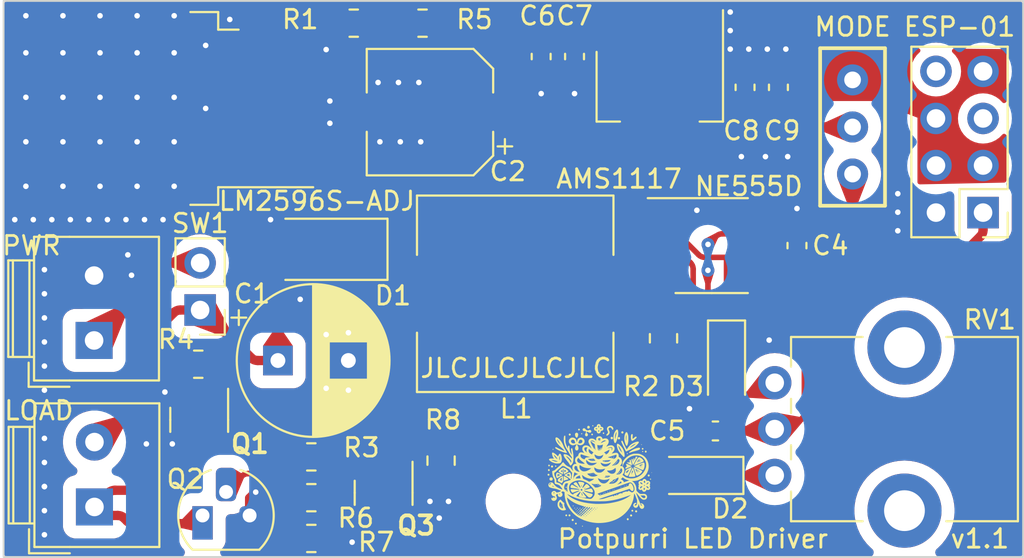
<source format=kicad_pcb>
(kicad_pcb (version 20221018) (generator pcbnew)
  (layers (0 "F.Cu" signal) (31 "B.Cu" power) (34 "B.Paste" user) (35 "F.Paste" user) (36 "B.SilkS" user "B.Silkscreen") (37 "F.SilkS" user "F.Silkscreen") (38 "B.Mask" user) (39 "F.Mask" user) (44 "Edge.Cuts" user))
  (net 0 "")
  (net 1 "VDC")
  (net 2 "GND")
  (net 3 "+5V")
  (net 4 "/FB")
  (net 5 "Net-(U2-CV)")
  (net 6 "Net-(U2-THR)")
  (net 7 "+3.3V")
  (net 8 "/OUT")
  (net 9 "Net-(D2-K)")
  (net 10 "Net-(D2-A)")
  (net 11 "Net-(D3-A)")
  (net 12 "Net-(J1-Pin_1)")
  (net 13 "LOAD_OUT")
  (net 14 "Net-(Q1-G)")
  (net 15 "PWM")
  (net 16 "ESP-01_GPIO1")
  (net 17 "Net-(Q3-S)")
  (net 18 "ESP-01_EN")
  (net 21 "Net-(Q2-B)")
  (footprint "Inductor_SMD:L_10.4x10.4_H4.8" (layer "F.Cu") (at 127.6 115.8)
    (fp_text reference "L1" (at 0.05 6.2) (layer "F.SilkS"))
    (fp_text value "330mH" hide)
    (pad "1" smd rect (at -4.15 0) (size 2.7 3.6) (layers "F.Cu" "F.Paste" "F.Mask") (net 8 "/OUT"))
    (pad "2" smd rect (at 4.15 0) (size 2.7 3.6) (layers "F.Cu" "F.Paste" "F.Mask") (net 3 "+5V"))
  )
  (footprint "Custom:KF350-2p" (layer "F.Cu") (at 103.57 127.3 90)
    (fp_text reference "LOAD" (at 5.2 -1.67 180) (layer "F.SilkS"))
    (fp_text value "LOAD" hide)
    (pad "1" thru_hole rect (at 0 1.33 90) (size 2 2) (drill 1) (layers "*.Cu" "*.Mask") (net 13 "LOAD_OUT"))
    (pad "2" thru_hole circle (at 3.5 1.33 90) (size 2 2) (drill 1) (layers "*.Cu" "*.Mask") (net 1 "VDC"))
  )
  (footprint "MountingHole:MountingHole_2.5mm" (layer "F.Cu") (at 127.5 127)
    (fp_text reference "H1" hide)
    (fp_text value "MountingHole" hide)
    (pad "" np_thru_hole circle (at 0 0) (size 2.5 2.5) (drill 2.5) (layers "*.Cu" "*.Mask"))
  )
  (footprint "SS12D00_switch:Schiebeschalter SS-12D00" (layer "F.Cu") (at 145.8 106.8 -90)
    (fp_text reference "SW2" hide)
    (fp_text value "MODE" (at -5.4 0) (layer "F.SilkS"))
    (pad "1" thru_hole circle (at -2.54 0 270) (size 1.6764 1.6764) (drill 0.9) (layers "*.Cu" "*.Mask") (net 18 "ESP-01_EN"))
    (pad "2" thru_hole circle (at 0 0 270) (size 1.6764 1.6764) (drill 0.9) (layers "*.Cu" "*.Mask") (net 7 "+3.3V"))
    (pad "3" thru_hole circle (at 2.54 0 270) (size 1.6764 1.6764) (drill 0.9) (layers "*.Cu" "*.Mask") (net 16 "ESP-01_GPIO1"))
  )
  (footprint "Resistor_SMD:R_0805_2012Metric" (layer "F.Cu") (at 110.5 119.6 180)
    (fp_text reference "R4" (at 1.2 1.34) (layer "F.SilkS"))
    (fp_text value "DNF" hide)
    (pad "1" smd roundrect (at -0.9125 0 180) (size 1.025 1.4) (layers "F.Cu" "F.Paste" "F.Mask") (roundrect_rratio 0.243902439) (net 14 "Net-(Q1-G)"))
    (pad "2" smd roundrect (at 0.9125 0 180) (size 1.025 1.4) (layers "F.Cu" "F.Paste" "F.Mask") (roundrect_rratio 0.243902439) (net 2 "GND"))
  )
  (footprint "Package_TO_SOT_THT:TO-92_HandSolder" (layer "F.Cu") (at 110.73 127.76)
    (fp_text reference "Q2" (at -0.93 -1.96) (layer "F.SilkS"))
    (fp_text value "BC547" hide)
    (pad "1" thru_hole rect (at 0 0) (size 1.1 1.8) (drill 0.75 (offset 0 0.4)) (layers "*.Cu" "*.Mask") (net 13 "LOAD_OUT"))
    (pad "2" thru_hole roundrect (at 1.27 -1.27) (size 1.1 1.8) (drill 0.75 (offset 0 -0.4)) (layers "*.Cu" "*.Mask") (net 21 "Net-(Q2-B)"))
    (pad "3" thru_hole roundrect (at 2.54 0) (size 1.1 1.8) (drill 0.75 (offset 0 0.4)) (layers "*.Cu" "*.Mask") (net 2 "GND"))
  )
  (footprint "Resistor_SMD:R_0805_2012Metric" (layer "F.Cu") (at 116.6 126.8 180)
    (fp_text reference "R6" (at -2.4 -1.1) (layer "F.SilkS"))
    (fp_text value "1k" hide)
    (pad "1" smd roundrect (at -0.9125 0 180) (size 1.025 1.4) (layers "F.Cu" "F.Paste" "F.Mask") (roundrect_rratio 0.243902439) (net 17 "Net-(Q3-S)"))
    (pad "2" smd roundrect (at 0.9125 0 180) (size 1.025 1.4) (layers "F.Cu" "F.Paste" "F.Mask") (roundrect_rratio 0.243902439) (net 21 "Net-(Q2-B)"))
  )
  (footprint "USB:SI2300 SOT-23" (layer "F.Cu") (at 106.95 122.45 -90)
    (fp_text reference "Q1" (at 1.45 -6.3375 unlocked) (layer "F.SilkS") (effects (font (thickness 0.2) bold)))
    (fp_text value "SI2300" hide)
    (pad "1" smd roundrect (at 1.0875 -3.6 270) (size 1.475 0.6) (layers "F.Cu" "F.Paste" "F.Mask") (net 13 "LOAD_OUT"))
    (pad "2" smd roundrect (at -0.7875 -4.55 270) (size 1.475 0.6) (layers "F.Cu" "F.Paste" "F.Mask") (net 14 "Net-(Q1-G)"))
    (pad "3" smd roundrect (at -0.7875 -2.65 270) (size 1.475 0.6) (layers "F.Cu" "F.Paste" "F.Mask") (net 2 "GND"))
  )
  (footprint "Resistor_SMD:R_0805_2012Metric" (layer "F.Cu") (at 123.6 124.8 -90)
    (fp_text reference "R8" (at -2.2 -0.1 -180) (layer "F.SilkS"))
    (fp_text value "10k" hide)
    (pad "1" smd roundrect (at -0.9125 0 270) (size 1.025 1.4) (layers "F.Cu" "F.Paste" "F.Mask") (roundrect_rratio 0.243902439) (net 16 "ESP-01_GPIO1"))
    (pad "2" smd roundrect (at 0.9125 0 270) (size 1.025 1.4) (layers "F.Cu" "F.Paste" "F.Mask") (roundrect_rratio 0.243902439) (net 2 "GND"))
  )
  (footprint "Capacitor_SMD:CP_Elec_6.3x7.7" (layer "F.Cu") (at 123 106 180)
    (fp_text reference "C2" (at -4.2 -3.2 180) (layer "F.SilkS"))
    (fp_text value "220uF" hide)
    (pad "1" smd roundrect (at -2.7 0 180) (size 3.5 1.6) (layers "F.Cu" "F.Paste" "F.Mask") (roundrect_rratio 0.15625) (net 3 "+5V"))
    (pad "2" smd roundrect (at 2.7 0 180) (size 3.5 1.6) (layers "F.Cu" "F.Paste" "F.Mask") (roundrect_rratio 0.15625) (net 2 "GND"))
  )
  (footprint "Capacitor_THT:CP_Radial_D8.0mm_P3.80mm" (layer "F.Cu") (at 114.797349 119.4)
    (fp_text reference "C1" (at -1.397349 -3.6) (layer "F.SilkS"))
    (fp_text value "100uF" hide)
    (pad "1" thru_hole rect (at 0 0) (size 1.6 1.6) (drill 0.8) (layers "*.Cu" "*.Mask") (net 1 "VDC"))
    (pad "2" thru_hole circle (at 3.8 0) (size 1.6 1.6) (drill 0.8) (layers "*.Cu" "*.Mask") (net 2 "GND"))
  )
  (footprint "Capacitor_SMD:C_0603_1608Metric_Pad1.08x0.95mm_HandSolder" (layer "F.Cu") (at 142.8 113.2 90)
    (fp_text reference "C4" (at 0 1.8 180) (layer "F.SilkS"))
    (fp_text value "10n" hide)
    (pad "1" smd roundrect (at -0.8625 0 90) (size 1.075 0.95) (layers "F.Cu" "F.Paste" "F.Mask") (net 5 "Net-(U2-CV)"))
    (pad "2" smd roundrect (at 0.8625 0 90) (size 1.075 0.95) (layers "F.Cu" "F.Paste" "F.Mask") (net 2 "GND"))
  )
  (footprint "Resistor_SMD:R_0805_2012Metric" (layer "F.Cu") (at 122.6 101.2 180)
    (fp_text reference "R5" (at -2.8 0.2) (layer "F.SilkS"))
    (fp_text value "3k9" hide)
    (pad "1" smd roundrect (at -0.9125 0 180) (size 1.025 1.4) (layers "F.Cu" "F.Paste" "F.Mask") (roundrect_rratio 0.243902439) (net 3 "+5V"))
    (pad "2" smd roundrect (at 0.9125 0 180) (size 1.025 1.4) (layers "F.Cu" "F.Paste" "F.Mask") (roundrect_rratio 0.243902439) (net 4 "/FB"))
  )
  (footprint "Capacitor_SMD:C_0603_1608Metric_Pad1.08x0.95mm_HandSolder" (layer "F.Cu") (at 130.8 103 -90)
    (fp_text reference "C7" (at -2.2 0 -180) (layer "F.SilkS"))
    (fp_text value "100n" hide)
    (pad "1" smd roundrect (at -0.8625 0 270) (size 1.075 0.95) (layers "F.Cu" "F.Paste" "F.Mask") (net 3 "+5V"))
    (pad "2" smd roundrect (at 0.8625 0 270) (size 1.075 0.95) (layers "F.Cu" "F.Paste" "F.Mask") (net 2 "GND"))
  )
  (footprint "Resistor_SMD:R_0805_2012Metric" (layer "F.Cu") (at 118.8875 101.2)
    (fp_text reference "R1" (at -2.8875 -0.2) (layer "F.SilkS"))
    (fp_text value "1k2" hide)
    (pad "1" smd roundrect (at -0.9125 0) (size 1.025 1.4) (layers "F.Cu" "F.Paste" "F.Mask") (roundrect_rratio 0.243902439) (net 2 "GND"))
    (pad "2" smd roundrect (at 0.9125 0) (size 1.025 1.4) (layers "F.Cu" "F.Paste" "F.Mask") (roundrect_rratio 0.243902439) (net 4 "/FB"))
  )
  (footprint "Connector_PinHeader_2.54mm:PinHeader_1x02_P2.54mm_Vertical" (layer "F.Cu") (at 110.6 116.675 180)
    (fp_text reference "SW1" (at 0 4.675) (layer "F.SilkS"))
    (fp_text value "Switch" hide)
    (pad "1" thru_hole rect (at 0 0 180) (size 1.7 1.7) (drill 1) (layers "*.Cu" "*.Mask") (net 1 "VDC"))
    (pad "2" thru_hole oval (at 0 2.54 180) (size 1.7 1.7) (drill 1) (layers "*.Cu" "*.Mask") (net 12 "Net-(J1-Pin_1)"))
  )
  (footprint "Package_TO_SOT_SMD:SOT-223-3_TabPin2" (layer "F.Cu") (at 135.4 104.6 -90)
    (fp_text reference "U3" hide)
    (fp_text value "AMS1117-3.3" hide)
    (fp_text user "AMS1117" (at 5 2.2 unlocked) (layer "F.SilkS"))
    (pad "1" smd rect (at -3.15 -2.3 270) (size 2 1.5) (layers "F.Cu" "F.Paste" "F.Mask") (net 2 "GND"))
    (pad "2" smd rect (at -3.15 0 270) (size 2 1.5) (layers "F.Cu" "F.Paste" "F.Mask") (net 7 "+3.3V"))
    (pad "2" smd rect (at 3.15 0 270) (size 2 3.8) (layers "F.Cu" "F.Paste" "F.Mask") (net 7 "+3.3V"))
    (pad "3" smd rect (at -3.15 2.3 270) (size 2 1.5) (layers "F.Cu" "F.Paste" "F.Mask") (net 3 "+5V"))
  )
  (footprint "Capacitor_SMD:C_0603_1608Metric_Pad1.08x0.95mm_HandSolder" (layer "F.Cu") (at 138.4 123.2 180)
    (fp_text reference "C5" (at 2.6 0) (layer "F.SilkS"))
    (fp_text value "4n7" hide)
    (pad "1" smd roundrect (at -0.8625 0 180) (size 1.075 0.95) (layers "F.Cu" "F.Paste" "F.Mask") (net 6 "Net-(U2-THR)"))
    (pad "2" smd roundrect (at 0.8625 0 180) (size 1.075 0.95) (layers "F.Cu" "F.Paste" "F.Mask") (net 2 "GND"))
  )
  (footprint "Diode_SMD:D_SMA" (layer "F.Cu") (at 117.2 113.4 180)
    (fp_text reference "D1" (at -3.8 -2.5 180) (layer "F.SilkS"))
    (fp_text value "SS14" hide)
    (pad "1" smd roundrect (at -2 0 180) (size 2.5 1.8) (layers "F.Cu" "F.Paste" "F.Mask") (roundrect_rratio 0.1388888889) (net 8 "/OUT"))
    (pad "2" smd roundrect (at 2 0 180) (size 2.5 1.8) (layers "F.Cu" "F.Paste" "F.Mask") (roundrect_rratio 0.1388888889) (net 2 "GND"))
  )
  (footprint "Diode_SMD:D_SOD-123" (layer "F.Cu") (at 139 119.6 -90)
    (fp_text reference "D3" (at 1.2 2.2 -180) (layer "F.SilkS"))
    (fp_text value "1N4148" hide)
    (pad "1" smd roundrect (at -1.65 0 270) (size 0.9 1.2) (layers "F.Cu" "F.Paste" "F.Mask") (net 10 "Net-(D2-A)"))
    (pad "2" smd roundrect (at 1.65 0 270) (size 0.9 1.2) (layers "F.Cu" "F.Paste" "F.Mask") (net 11 "Net-(D3-A)"))
  )
  (footprint "Connector_PinHeader_2.54mm:PinHeader_2x04_P2.54mm_Vertical" (layer "F.Cu") (at 152.84 111.42 180)
    (fp_text reference "U4" hide)
    (fp_text value "ESP-01" (at 1.27 10.02) (layer "F.SilkS"))
    (pad "1" thru_hole rect (at 0 0 180) (size 1.7 1.7) (drill 1) (layers "*.Cu" "*.Mask") (net 16 "ESP-01_GPIO1"))
    (pad "2" thru_hole oval (at 2.54 0 180) (size 1.7 1.7) (drill 1) (layers "*.Cu" "*.Mask") (net 2 "GND"))
    (pad "3" thru_hole oval (at 0 2.54 180) (size 1.7 1.7) (drill 1) (layers "*.Cu" "*.Mask") (net 18 "ESP-01_EN"))
    (pad "4" thru_hole oval (at 2.54 2.54 180) (size 1.7 1.7) (drill 1) (layers "*.Cu" "*.Mask") (net 18 "ESP-01_EN"))
    (pad "5" thru_hole oval (at 0 5.08 180) (size 1.7 1.7) (drill 1) (layers "*.Cu" "*.Mask"))
    (pad "6" thru_hole oval (at 2.54 5.08 180) (size 1.7 1.7) (drill 1) (layers "*.Cu" "*.Mask") (net 18 "ESP-01_EN"))
    (pad "7" thru_hole oval (at 0 7.62 180) (size 1.7 1.7) (drill 1) (layers "*.Cu" "*.Mask") (net 18 "ESP-01_EN"))
    (pad "8" thru_hole oval (at 2.54 7.62 180) (size 1.7 1.7) (drill 1) (layers "*.Cu" "*.Mask"))
  )
  (footprint "Package_SO:SOIC-8_3.9x4.9mm_P1.27mm" (layer "F.Cu") (at 138.2 113.2)
    (fp_text reference "U2" hide)
    (fp_text value "NE555D" (at 2 -3.2) (layer "F.SilkS"))
    (pad "1" smd roundrect (at -2.475 -1.905) (size 1.95 0.6) (layers "F.Cu" "F.Paste" "F.Mask") (net 2 "GND"))
    (pad "2" smd roundrect (at -2.475 -0.635) (size 1.95 0.6) (layers "F.Cu" "F.Paste" "F.Mask") (net 6 "Net-(U2-THR)"))
    (pad "3" smd roundrect (at -2.475 0.635) (size 1.95 0.6) (layers "F.Cu" "F.Paste" "F.Mask") (net 15 "PWM"))
    (pad "4" smd roundrect (at -2.475 1.905) (size 1.95 0.6) (layers "F.Cu" "F.Paste" "F.Mask") (net 3 "+5V"))
    (pad "5" smd roundrect (at 2.475 1.905) (size 1.95 0.6) (layers "F.Cu" "F.Paste" "F.Mask") (net 5 "Net-(U2-CV)"))
    (pad "6" smd roundrect (at 2.475 0.635) (size 1.95 0.6) (layers "F.Cu" "F.Paste" "F.Mask") (net 6 "Net-(U2-THR)"))
    (pad "7" smd roundrect (at 2.475 -0.635) (size 1.95 0.6) (layers "F.Cu" "F.Paste" "F.Mask") (net 10 "Net-(D2-A)"))
    (pad "8" smd roundrect (at 2.475 -1.905) (size 1.95 0.6) (layers "F.Cu" "F.Paste" "F.Mask") (net 3 "+5V"))
  )
  (footprint "Capacitor_SMD:C_0603_1608Metric_Pad1.08x0.95mm_HandSolder" (layer "F.Cu") (at 140 104.6625 90)
    (fp_text reference "C8" (at -2.3375 -0.2 180) (layer "F.SilkS"))
    (fp_text value "100n" hide)
    (pad "1" smd roundrect (at -0.8625 0 90) (size 1.075 0.95) (layers "F.Cu" "F.Paste" "F.Mask") (net 7 "+3.3V"))
    (pad "2" smd roundrect (at 0.8625 0 90) (size 1.075 0.95) (layers "F.Cu" "F.Paste" "F.Mask") (net 2 "GND"))
  )
  (footprint "Capacitor_SMD:C_0603_1608Metric_Pad1.08x0.95mm_HandSolder" (layer "F.Cu") (at 129 103 -90)
    (fp_text reference "C6" (at -2.2 0.2 -180) (layer "F.SilkS"))
    (fp_text value "10u" hide)
    (pad "1" smd roundrect (at -0.8625 0 270) (size 1.075 0.95) (layers "F.Cu" "F.Paste" "F.Mask") (net 3 "+5V"))
    (pad "2" smd roundrect (at 0.8625 0 270) (size 1.075 0.95) (layers "F.Cu" "F.Paste" "F.Mask") (net 2 "GND"))
  )
  (footprint "USB:SI2300 SOT-23" (layer "F.Cu") (at 116.9 126.3875 -90)
    (fp_text reference "Q3" (at 1.9125 -5.35 unlocked) (layer "F.SilkS") (effects (font (thickness 0.2) bold)))
    (fp_text value "SI2300" hide)
    (pad "1" smd roundrect (at 1.0875 -3.6 270) (size 1.475 0.6) (layers "F.Cu" "F.Paste" "F.Mask") (net 15 "PWM"))
    (pad "2" smd roundrect (at -0.7875 -4.55 270) (size 1.475 0.6) (layers "F.Cu" "F.Paste" "F.Mask") (net 16 "ESP-01_GPIO1"))
    (pad "3" smd roundrect (at -0.7875 -2.65 270) (size 1.475 0.6) (layers "F.Cu" "F.Paste" "F.Mask") (net 17 "Net-(Q3-S)"))
  )
  (footprint "LOGO" (layer "F.Cu") (at 132.2 125.6)
    (fp_text reference "G***" hide)
    (fp_text value "LOGO" hide)
  )
  (footprint "Capacitor_SMD:C_0603_1608Metric_Pad1.08x0.95mm_HandSolder" (layer "F.Cu") (at 141.8 104.6625 90)
    (fp_text reference "C9" (at -2.3375 0.2 180) (layer "F.SilkS"))
    (fp_text value "10u" hide)
    (pad "1" smd roundrect (at -0.8625 0 90) (size 1.075 0.95) (layers "F.Cu" "F.Paste" "F.Mask") (net 7 "+3.3V"))
    (pad "2" smd roundrect (at 0.8625 0 90) (size 1.075 0.95) (layers "F.Cu" "F.Paste" "F.Mask") (net 2 "GND"))
  )
  (footprint "Custom:KF350-2p" (layer "F.Cu") (at 103.55 118.3175 90)
    (fp_text reference "PWR" (at 5.1175 -2.05 180) (layer "F.SilkS"))
    (fp_text value "PWR_IN")
    (pad "1" thru_hole rect (at 0 1.33 90) (size 2 2) (drill 1) (layers "*.Cu" "*.Mask") (net 12 "Net-(J1-Pin_1)"))
    (pad "2" thru_hole circle (at 3.5 1.33 90) (size 2 2) (drill 1) (layers "*.Cu" "*.Mask") (net 2 "GND"))
  )
  (footprint "Resistor_SMD:R_0805_2012Metric" (layer "F.Cu") (at 116.6 129)
    (fp_text reference "R7" (at 3.5 0.2) (layer "F.SilkS"))
    (fp_text value "DNF" hide)
    (pad "1" smd roundrect (at -0.9125 0) (size 1.025 1.4) (layers "F.Cu" "F.Paste" "F.Mask") (roundrect_rratio 0.243902439) (net 21 "Net-(Q2-B)"))
    (pad "2" smd roundrect (at 0.9125 0) (size 1.025 1.4) (layers "F.Cu" "F.Paste" "F.Mask") (roundrect_rratio 0.243902439) (net 2 "GND"))
  )
  (footprint "Diode_SMD:D_SOD-123" (layer "F.Cu") (at 137.55 125.6 180)
    (fp_text reference "D2" (at -1.65 -1.8) (layer "F.SilkS"))
    (fp_text value "1N4148" hide)
    (pad "1" smd roundrect (at -1.65 0 180) (size 0.9 1.2) (layers "F.Cu" "F.Paste" "F.Mask") (net 9 "Net-(D2-K)"))
    (pad "2" smd roundrect (at 1.65 0 180) (size 0.9 1.2) (layers "F.Cu" "F.Paste" "F.Mask") (net 10 "Net-(D2-A)"))
  )
  (footprint "Package_TO_SOT_SMD:TO-263-5_TabPin3" (layer "F.Cu") (at 106.75 105.8 180)
    (fp_text reference "U1" hide)
    (fp_text value "LM2596S-ADJ" (at -10.15 -5) (layer "F.SilkS"))
    (pad "1" smd roundrect (at -7.65 -3.4 180) (size 4.6 1.1) (layers "F.Cu" "F.Paste" "F.Mask") (roundrect_rratio 0.2272727273) (net 1 "VDC"))
    (pad "2" smd roundrect (at -7.65 -1.7 180) (size 4.6 1.1) (layers "F.Cu" "F.Paste" "F.Mask") (roundrect_rratio 0.2272727273) (net 8 "/OUT"))
    (pad "3" smd roundrect (at -7.65 0 180) (size 4.6 1.1) (layers "F.Cu" "F.Paste" "F.Mask") (roundrect_rratio 0.2272727273) (net 2 "GND"))
    (pad "3" smd roundrect (at -0.925 -2.775 180) (size 4.55 5.25) (layers "F.Cu" "F.Paste") (roundrect_rratio 0.05494505495) (net 2 "GND"))
    (pad "3" smd roundrect (at -0.925 2.775 180) (size 4.55 5.25) (layers "F.Cu" "F.Paste") (roundrect_rratio 0.05494505495) (net 2 "GND"))
    (pad "3" smd roundrect (at 1.5 0 180) (size 9.4 10.8) (layers "F.Cu" "F.Mask") (roundrect_rratio 0.02659595745) (net 2 "GND"))
    (pad "3" smd roundrect (at 3.925 -2.775 180) (size 4.55 5.25) (layers "F.Cu" "F.Paste") (roundrect_rratio 0.05494505495) (net 2 "GND"))
    (pad "3" smd roundrect (at 3.925 2.775 180) (size 4.55 5.25) (layers "F.Cu" "F.Paste") (roundrect_rratio 0.05494505495) (net 2 "GND"))
    (pad "4" smd roundrect (at -7.65 1.7 180) (size 4.6 1.1) (layers "F.Cu" "F.Paste" "F.Mask") (roundrect_rratio 0.2272727273) (net 4 "/FB"))
    (pad "5" smd roundrect (at -7.65 3.4 180) (size 4.6 1.1) (layers "F.Cu" "F.Paste" "F.Mask") (roundrect_rratio 0.2272727273) (net 2 "GND"))
  )
  (footprint "Resistor_SMD:R_0805_2012Metric_Pad1.20x1.40mm_HandSolder" (layer "F.Cu") (at 135.6 118.2 -90)
    (fp_text reference "R2" (at 2.6 1.2 -180) (layer "F.SilkS"))
    (fp_text value "1k" hide)
    (pad "1" smd roundrect (at -1 0 270) (size 1.2 1.4) (layers "F.Cu" "F.Paste" "F.Mask") (roundrect_rratio 0.2083333333) (net 3 "+5V"))
    (pad "2" smd roundrect (at 1 0 270) (size 1.2 1.4) (layers "F.Cu" "F.Paste" "F.Mask") (roundrect_rratio 0.2083333333) (net 10 "Net-(D2-A)"))
  )
  (footprint "Potentiometer_THT:Potentiometer_Bourns_PTV09A-1_Single_Vertical" (layer "F.Cu") (at 141.6 125.6)
    (fp_text reference "RV1" (at 11.6 -8.4) (layer "F.SilkS"))
    (fp_text value "10k" hide)
    (pad "" np_thru_hole circle (at 7 -6.9) (size 4 4) (drill 2.2) (layers "F&B.Cu" "*.Mask"))
    (pad "" np_thru_hole circle (at 7 1.9) (size 4 4) (drill 2.2) (layers "F&B.Cu" "*.Mask"))
    (pad "1" thru_hole circle (at 0 0) (size 1.8 1.8) (drill 1) (layers "*.Cu" "*.Mask") (net 9 "Net-(D2-K)"))
    (pad "2" thru_hole circle (at 0 -2.5) (size 1.8 1.8) (drill 1) (layers "*.Cu" "*.Mask") (net 6 "Net-(U2-THR)"))
    (pad "3" thru_hole circle (at 0 -5) (size 1.8 1.8) (drill 1) (layers "*.Cu" "*.Mask") (net 11 "Net-(D3-A)"))
  )
  (footprint "Resistor_SMD:R_0805_2012Metric" (layer "F.Cu") (at 116.6 124.6 180)
    (fp_text reference "R3" (at -2.7 0.5) (layer "F.SilkS"))
    (fp_text value "0R" hide)
    (pad "1" smd roundrect (at -0.9125 0 180) (size 1.025 1.4) (layers "F.Cu" "F.Paste" "F.Mask") (roundrect_rratio 0.243902439) (net 17 "Net-(Q3-S)"))
    (pad "2" smd roundrect (at 0.9125 0 180) (size 1.025 1.4) (layers "F.Cu" "F.Paste" "F.Mask") (roundrect_rratio 0.243902439) (net 14 "Net-(Q1-G)"))
  )
  (gr_rect (start 100 100) (end 155 130) (stroke (width 0.1)) (fill none) (layer "Edge.Cuts"))
  (gr_text "v1.1" (at 151 129.6) (layer "F.SilkS") (effects (font (size 1 1)) (justify left bottom)))
  (gr_text "Potpurri LED Driver" (at 129.8 129.6) (layer "F.SilkS") (effects (font (size 1 1)) (justify left bottom)))
  (gr_text "JLCJLCJLCJLC" (at 122.4 120.4) (layer "F.SilkS") (effects (font (size 1 1)) (justify left bottom)))
  (segment (start 113.707107 119.4) (end 114.797349 119.4) (width 0.5) (layer "F.Cu") (net 1))
  (segment (start 113.346447 110.253553) (end 114.4 109.2) (width 0.5) (layer "F.Cu") (net 1))
  (segment (start 114.797349 119.4) (end 114.797349 117.304456) (width 0.5) (layer "F.Cu") (net 1))
  (segment (start 107.4 118.807107) (end 107.4 121.392893) (width 0.5) (layer "F.Cu") (net 1))
  (segment (start 109.532107 116.675) (end 110.6 116.675) (width 0.5) (layer "F.Cu") (net 1))
  (segment (start 104.992893 123.8) (end 104.9 123.8) (width 0.5) (layer "F.Cu") (net 1))
  (segment (start 107.253553 121.746447) (end 105.346446 123.653554) (width 0.5) (layer "F.Cu") (net 1))
  (segment (start 109.178553 116.821447) (end 107.546446 118.453554) (width 0.5) (layer "F.Cu") (net 1))
  (segment (start 110.6 116.675) (end 110.775 116.675) (width 0.5) (layer "F.Cu") (net 1))
  (segment (start 110.775 116.675) (end 113.353554 119.253554) (width 0.5) (layer "F.Cu") (net 1))
  (segment (start 114.650902 116.950902) (end 113.346446 115.646446) (width 0.5) (layer "F.Cu") (net 1))
  (segment (start 113.2 115.292893) (end 113.2 110.607107) (width 0.5) (layer "F.Cu") (net 1))
  (arc (start 107.546446 118.453554) (mid 107.43806 118.615766) (end 107.4 118.807107) (width 0.5) (layer "F.Cu") (net 1))
  (arc (start 113.2 110.607107) (mid 113.23806 110.415765) (end 113.346447 110.253553) (width 0.5) (layer "F.Cu") (net 1))
  (arc (start 114.797349 117.304456) (mid 114.759289 117.113114) (end 114.650902 116.950902) (width 0.5) (layer "F.Cu") (net 1))
  (arc (start 104.992893 123.8) (mid 105.184234 123.76194) (end 105.346446 123.653554) (width 0.5) (layer "F.Cu") (net 1))
  (arc (start 107.4 121.392893) (mid 107.36194 121.584235) (end 107.253553 121.746447) (width 0.5) (layer "F.Cu") (net 1))
  (arc (start 109.178553 116.821447) (mid 109.340765 116.71306) (end 109.532107 116.675) (width 0.5) (layer "F.Cu") (net 1))
  (arc (start 113.353554 119.253554) (mid 113.515766 119.36194) (end 113.707107 119.4) (width 0.5) (layer "F.Cu") (net 1))
  (arc (start 113.346446 115.646446) (mid 113.23806 115.484234) (end 113.2 115.292893) (width 0.5) (layer "F.Cu") (net 1))
  (segment (start 113.6 126.5) (end 113.27 126.83) (width 0.5) (layer "F.Cu") (net 2))
  (segment (start 114.4 111.8) (end 114.4 112.6) (width 0.3) (layer "F.Cu") (net 2))
  (segment (start 129 105) (end 129 103.8625) (width 0.3) (layer "F.Cu") (net 2))
  (segment (start 113.27 126.83) (end 113.27 127.76) (width 0.5) (layer "F.Cu") (net 2))
  (segment (start 117.4 102.625) (end 117.975 102.05) (width 0.3) (layer "F.Cu") (net 2))
  (segment (start 120.3 106) (end 118.8 106) (width 0.3) (layer "F.Cu") (net 2))
  (segment (start 117.7125 129.2) (end 117.5125 129) (width 0.25) (layer "F.Cu") (net 2))
  (segment (start 114.4 112.6) (end 115.2 113.4) (width 0.3) (layer "F.Cu") (net 2))
  (segment (start 137.5375 122.5375) (end 137 122) (width 0.3) (layer "F.Cu") (net 2))
  (segment (start 137.4 111.295) (end 135.725 111.295) (width 0.3) (layer "F.Cu") (net 2))
  (segment (start 123.6 126.4) (end 123 127) (width 0.25) (layer "F.Cu") (net 2))
  (segment (start 123.6 125.7125) (end 123.6 126.4) (width 0.25) (layer "F.Cu") (net 2))
  (segment (start 123.6 125.7125) (end 123.6 126.6) (width 0.25) (layer "F.Cu") (net 2))
  (segment (start 130.8 105) (end 130.8 103.8625) (width 0.3) (layer "F.Cu") (net 2))
  (segment (start 117.975 102.05) (end 117.975 101.2) (width 0.3) (layer "F.Cu") (net 2))
  (segment (start 118.8 129.2) (end 117.7125 129.2) (width 0.25) (layer "F.Cu") (net 2))
  (segment (start 123.6 126.6) (end 124 127) (width 0.25) (layer "F.Cu") (net 2))
  (segment (start 117.5125 129) (end 117.8 129) (width 0.3) (layer "F.Cu") (net 2))
  (segment (start 142.8 112.3375) (end 142.8 111.2) (width 0.3) (layer "F.Cu") (net 2))
  (segment (start 137.5375 123.2) (end 137.5375 122.5375) (width 0.3) (layer "F.Cu") (net 2))
  (via (at 109.2 100.8) (size 0.7) (drill 0.3) (layers "F.Cu" "B.Cu") (net 2))
  (via (at 105.2 105.2) (size 0.7) (drill 0.3) (layers "F.Cu" "B.Cu") (net 2))
  (via (at 102.2 114.5) (size 0.7) (drill 0.3) (layers "F.Cu" "B.Cu") (net 2))
  (via (at 102.2 117.1) (size 0.7) (drill 0.3) (layers "F.Cu" "B.Cu") (net 2))
  (via (at 101.2 107.6) (size 0.7) (drill 0.3) (layers "F.Cu" "B.Cu") (net 2))
  (via (at 109.2 107.6) (size 0.7) (drill 0.3) (layers "F.Cu" "B.Cu") (net 2))
  (via (at 109.1 123.9) (size 0.7) (drill 0.3) (layers "F.Cu" "B.Cu") (net 2))
  (via (at 141.3 118.3) (size 0.7) (drill 0.3) (layers "F.Cu" "B.Cu") (net 2))
  (via (at 107.7 123.9) (size 0.7) (drill 0.3) (layers "F.Cu" "B.Cu") (net 2))
  (via (at 106.9 114.8) (size 0.7) (drill 0.3) (layers "F.Cu" "B.Cu") (net 2))
  (via (at 105.2 107.6) (size 0.7) (drill 0.3) (layers "F.Cu" "B.Cu") (net 2))
  (via (at 117.4 120.9) (size 0.7) (drill 0.3) (layers "F.Cu" "B.Cu") (net 2))
  (via (at 110.9 105.8) (size 0.7) (drill 0.3) (layers "F.Cu" "B.Cu") (net 2))
  (via (at 101.2 100.8) (size 0.7) (drill 0.3) (layers "F.Cu" "B.Cu") (net 2))
  (via (at 105.2 102.8) (size 0.7) (drill 0.3) (layers "F.Cu" "B.Cu") (net 2))
  (via (at 130.8 105) (size 0.7) (drill 0.3) (layers "F.Cu" "B.Cu") (net 2))
  (via (at 102.2 124.9) (size 0.7) (drill 0.3) (layers "F.Cu" "B.Cu") (net 2))
  (via (at 102.2 115.8) (size 0.7) (drill 0.3) (layers "F.Cu" "B.Cu") (net 2))
  (via (at 109.2 105.2) (size 0.7) (drill 0.3) (layers "F.Cu" "B.Cu") (net 2))
  (via (at 102.6 111.8) (size 0.7) (drill 0.3) (layers "F.Cu" "B.Cu") (net 2))
  (via (at 114.4 111.8) (size 0.7) (drill 0.3) (layers "F.Cu" "B.Cu") (net 2))
  (via (at 112.2 101) (size 0.7) (drill 0.3) (layers "F.Cu" "B.Cu") (net 2))
  (via (at 102.2 126.2) (size 0.7) (drill 0.3) (layers "F.Cu" "B.Cu") (net 2))
  (via (at 118.6 117.9) (size 0.7) (drill 0.3) (layers "F.Cu" "B.Cu") (net 2))
  (via (at 102.2 128.8) (size 0.7) (drill 0.3) (layers "F.Cu" "B.Cu") (net 2))
  (via (at 107.2 110) (size 0.7) (drill 0.3) (layers "F.Cu" "B.Cu") (net 2))
  (via (at 102.2 118.4) (size 0.7) (drill 0.3) (layers "F.Cu" "B.Cu") (net 2))
  (via (at 142.2 102.6) (size 0.7) (drill 0.3) (layers "F.Cu" "B.Cu") (net 2))
  (via (at 124 127) (size 0.7) (drill 0.3) (layers "F.Cu" "B.Cu") (net 2))
  (via (at 137 122) (size 0.7) (drill 0.3) (layers "F.Cu" "B.Cu") (net 2))
  (via (at 103.2 110) (size 0.7) (drill 0.3) (layers "F.Cu" "B.Cu") (net 2))
  (via (at 102.2 119.7) (size 0.7) (drill 0.3) (layers "F.Cu" "B.Cu") (net 2))
  (via (at 107.2 107.6) (size 0.7) (drill 0.3) (layers "F.Cu" "B.Cu") (net 2))
  (via (at 103.2 102.8) (size 0.7) (drill 0.3) (layers "F.Cu" "B.Cu") (net 2))
  (via (at 118.6 121) (size 0.7) (drill 0.3) (layers "F.Cu" "B.Cu") (net 2))
  (via (at 139.8 108.4) (size 0.7) (drill 0.3) (layers "F.Cu" "B.Cu") (net 2))
  (via (at 101.2 110) (size 0.7) (drill 0.3) (layers "F.Cu" "B.Cu") (net 2))
  (via (at 106.6 111.8) (size 0.7) (drill 0.3) (layers "F.Cu" "B.Cu") (net 2))
  (via (at 117.4 102.625) (size 0.7) (drill 0.3) (layers "F.Cu" "B.Cu") (net 2))
  (via (at 102.2 126.2) (size 0.7) (drill 0.3) (layers "F.Cu" "B.Cu") (net 2))
  (via (at 120.2 104.4) (size 0.7) (drill 0.3) (layers "F.Cu" "B.Cu") (net 2))
  (via (at 107.2 105.2) (size 0.7) (drill 0.3) (layers "F.Cu" "B.Cu") (net 2))
  (via (at 148.24 112.4) (size 0.7) (drill 0.3) (layers "F.Cu" "B.Cu") (net 2))
  (via (at 122.4 104.4) (size 0.7) (drill 0.3) (layers "F.Cu" "B.Cu") (net 2))
  (via (at 140.2 102.6) (size 0.7) (drill 0.3) (layers "F.Cu" "B.Cu") (net 2))
  (via (at 102.2 123.6) (size 0.7) (drill 0.3) (layers "F.Cu" "B.Cu") (net 2))
  (via (at 122.5 107.6) (size 0.7) (drill 0.3) (layers "F.Cu" "B.Cu") (net 2))
  (via (at 105.2 110) (size 0.7) (drill 0.3) (layers "F.Cu" "B.Cu") (net 2))
  (via (at 106.7 113.7) (size 0.7) (drill 0.3) (layers "F.Cu" "B.Cu") (net 2))
  (via (at 117.4 118) (size 0.7) (drill 0.3) (layers "F.Cu" "B.Cu") (net 2))
  (via (at 121.3 104.4) (size 0.7) (drill 0.3) (layers "F.Cu" "B.Cu") (net 2))
  (via (at 118.8 129.2) (size 0.7) (drill 0.3) (layers "F.Cu" "B.Cu") (net 2))
  (via (at 142.3 108.4) (size 0.7) (drill 0.3) (layers "F.Cu" "B.Cu") (net 2))
  (via (at 102.2 127.5) (size 0.7) (drill 0.3) (layers "F.Cu" "B.Cu") (net 2))
  (via (at 103.2 107.6) (size 0.7) (drill 0.3) (layers "F.Cu" "B.Cu") (net 2))
  (via (at 139.2 100.6) (size 0.7) (drill 0.3) (layers "F.Cu" "B.Cu") (net 2))
  (via (at 100.6 111.8) (size 0.7) (drill 0.3) (layers "F.Cu" "B.Cu") (net 2))
  (via (at 104.6 111.8) (size 0.7) (drill 0.3) (layers "F.Cu" "B.Cu") (net 2))
  (via (at 109.2 102.8) (size 0.7) (drill 0.3) (layers "F.Cu" "B.Cu") (net 2))
  (via (at 103.2 100.8) (size 0.7) (drill 0.3) (layers "F.Cu" "B.Cu") (net 2))
  (via (at 108.7 121.1) (size 0.7) (drill 0.3) (layers "F.Cu" "B.Cu") (net 2))
  (via (at 137.4 111.295) (size 0.7) (drill 0.3) (layers "F.Cu" "B.Cu") (net 2))
  (via (at 121.4 107.6) (size 0.7) (drill 0.3) (layers "F.Cu" "B.Cu") (net 2))
  (via (at 101.6 111.8) (size 0.7) (drill 0.3) (layers "F.Cu" "B.Cu") (net 2))
  (via (at 142.8 111.2) (size 0.7) (drill 0.3) (layers "F.Cu" "B.Cu") (net 2))
  (via (at 139.2 102.6) (size 0.7) (drill 0.3) (layers "F.Cu" "B.Cu") (net 2))
  (via (at 120.3 107.6) (size 0.7) (drill 0.3) (layers "F.Cu" "B.Cu") (net 2))
  (via (at 105.6 111.8) (size 0.7) (drill 0.3) (layers "F.Cu" "B.Cu") (net 2))
  (via (at 105.2 100.8) (size 0.7) (drill 0.3) (layers "F.Cu" "B.Cu") (net 2))
  (via (at 103.2 105.2) (size 0.7) (drill 0.3) (layers "F.Cu" "B.Cu") (net 2))
  (via (at 123 127) (size 0.7) (drill 0.3) (layers "F.Cu" "B.Cu") (net 2))
  (via (at 148.24 110.4) (size 0.7) (drill 0.3) (layers "F.Cu" "B.Cu") (net 2))
  (via (at 129 105) (size 0.7) (drill 0.3) (layers "F.Cu" "B.Cu") (net 2))
  (via (at 117.6 106.6) (size 0.7) (drill 0.3) (layers "F.Cu" "B.Cu") (net 2))
  (via (at 101.2 102.8) (size 0.7) (drill 0.3) (layers "F.Cu" "B.Cu") (net 2))
  (via (at 102.2 121) (size 0.7) (drill 0.3) (layers "F.Cu" "B.Cu") (net 2))
  (via (at 116 116.1) (size 0.7) (drill 0.3) (layers "F.Cu" "B.Cu") (net 2))
  (via (at 141.2 102.6) (size 0.7) (drill 0.3) (layers "F.Cu" "B.Cu") (net 2))
  (via (at 110.9 102.4) (size 0.7) (drill 0.3) (layers "F.Cu" "B.Cu") (net 2))
  (via (at 107.2 102.8) (size 0.7) (drill 0.3) (layers "F.Cu" "B.Cu") (net 2))
  (via (at 113.6 126.5) (size 0.7) (drill 0.3) (layers "F.Cu" "B.Cu") (net 2))
  (via (at 117.6 105.4) (size 0.7) (drill 0.3) (layers "F.Cu" "B.Cu") (net 2))
  (via (at 108.6 111.8) (size 0.7) (drill 0.3) (layers "F.Cu" "B.Cu") (net 2))
  (via (at 101.2 105.2) (size 0.7) (drill 0.3) (layers "F.Cu" "B.Cu") (net 2))
  (via (at 141.1 108.4) (size 0.7) (drill 0.3) (layers "F.Cu" "B.Cu") (net 2))
  (via (at 107.2 100.8) (size 0.7) (drill 0.3) (layers "F.Cu" "B.Cu") (net 2))
  (via (at 139.2 101.6) (size 0.7) (drill 0.3) (layers "F.Cu" "B.Cu") (net 2))
  (via (at 103.6 111.8) (size 0.7) (drill 0.3) (layers "F.Cu" "B.Cu") (net 2))
  (via (at 123.5 127.9) (size 0.7) (drill 0.3) (layers "F.Cu" "B.Cu") (net 2))
  (via (at 109.2 110) (size 0.7) (drill 0.3) (layers "F.Cu" "B.Cu") (net 2))
  (via (at 107.6 111.8) (size 0.7) (drill 0.3) (layers "F.Cu" "B.Cu") (net 2))
  (via (at 148.24 111.4) (size 0.7) (drill 0.3) (layers "F.Cu" "B.Cu") (net 2))
  (segment (start 124.453553 102.141053) (end 123.5125 101.2) (width 0.5) (layer "F.Cu") (net 3))
  (segment (start 131.75 115.75) (end 131.75 115.8) (width 0.5) (layer "F.Cu") (net 3))
  (segment (start 139.902107 111.295) (end 140.675 111.295) (width 0.5) (layer "F.Cu") (net 3))
  (segment (start 130.8 102.1375) (end 132.205393 102.1375) (width 0.5) (layer "F.Cu") (net 3))
  (segment (start 129 102.1375) (end 130.8 102.1375) (width 0.5) (layer "F.Cu") (net 3))
  (segment (start 125.7 106) (end 124.746446 105.046446) (width 0.5) (layer "F.Cu") (net 3))
  (segment (start 134.158553 114.958553) (end 134.146446 114.946446) (width 0.5) (layer "F.Cu") (net 3))
  (segment (start 125.946447 109.946447) (end 131.75 115.75) (width 0.5) (layer "F.Cu") (net 3))
  (segment (start 124.6 104.692893) (end 124.6 102.494607) (width 0.5) (layer "F.Cu") (net 3))
  (segment (start 125.7 106) (end 125.8 106.1) (width 0.5) (layer "F.Cu") (net 3))
  (segment (start 134 114.592893) (end 134 109.8) (width 0.5) (layer "F.Cu") (net 3))
  (segment (start 135.725 115.105) (end 135.725 117.075) (width 0.5) (layer "F.Cu") (net 3))
  (segment (start 127.2 104.292893) (end 127.2 103.207107) (width 0.5) (layer "F.Cu") (net 3))
  (segment (start 135.725 115.105) (end 134.512107 115.105) (width 0.5) (layer "F.Cu") (net 3))
  (segment (start 133.8 109.8) (end 132.007107 109.8) (width 0.5) (layer "F.Cu") (net 3))
  (segment (start 135.725 117.075) (end 135.6 117.2) (width 0.5) (layer "F.Cu") (net 3))
  (segment (start 134 109.8) (end 137.992893 109.8) (width 0.5) (layer "F.Cu") (net 3))
  (segment (start 132.558947 101.991053) (end 133.1 101.45) (width 0.5) (layer "F.Cu") (net 3))
  (segment (start 131.653553 109.653553) (end 128.146446 106.146446) (width 0.5) (layer "F.Cu") (net 3))
  (segment (start 138.346447 109.946447) (end 139.548554 111.148554) (width 0.5) (layer "F.Cu") (net 3))
  (segment (start 125.7 106) (end 127.053554 104.646446) (width 0.5) (layer "F.Cu") (net 3))
  (segment (start 127.346447 102.853553) (end 127.916054 102.283946) (width 0.5) (layer "F.Cu") (net 3))
  (segment (start 127.792893 106) (end 125.7 106) (width 0.5) (layer "F.Cu") (net 3))
  (segment (start 133.8 109.8) (end 134 109.8) (width 0.5) (layer "F.Cu") (net 3))
  (segment (start 125.8 106.1) (end 125.8 109.592893) (width 0.5) (layer "F.Cu") (net 3))
  (segment (start 128.269607 102.1375) (end 129 102.1375) (width 0.5) (layer "F.Cu") (net 3))
  (arc (start 138.346447 109.946447) (mid 138.184235 109.83806) (end 137.992893 109.8) (width 0.5) (layer "F.Cu") (net 3))
  (arc (start 127.053554 104.646446) (mid 127.16194 104.484234) (end 127.2 104.292893) (width 0.5) (layer "F.Cu") (net 3))
  (arc (start 124.453553 102.141053) (mid 124.56194 102.303265) (end 124.6 102.494607) (width 0.5) (layer "F.Cu") (net 3))
  (arc (start 127.792893 106) (mid 127.984234 106.03806) (end 128.146446 106.146446) (width 0.5) (layer "F.Cu") (net 3))
  (arc (start 127.346447 102.853553) (mid 127.23806 103.015765) (end 127.2 103.207107) (width 0.5) (layer "F.Cu") (net 3))
  (arc (start 134.158553 114.958553) (mid 134.320765 115.06694) (end 134.512107 115.105) (width 0.5) (layer "F.Cu") (net 3))
  (arc (start 125.8 109.592893) (mid 125.83806 109.784235) (end 125.946447 109.946447) (width 0.5) (layer "F.Cu") (net 3))
  (arc (start 132.007107 109.8) (mid 131.815765 109.76194) (end 131.653553 109.653553) (width 0.5) (layer "F.Cu") (net 3))
  (arc (start 134.146446 114.946446) (mid 134.03806 114.784234) (end 134 114.592893) (width 0.5) (layer "F.Cu") (net 3))
  (arc (start 127.916054 102.283946) (mid 128.078266 102.17556) (end 128.269607 102.1375) (width 0.5) (layer "F.Cu") (net 3))
  (arc (start 124.746446 105.046446) (mid 124.63806 104.884234) (end 124.6 104.692893) (width 0.5) (layer "F.Cu") (net 3))
  (arc (start 132.205393 102.1375) (mid 132.396735 102.09944) (end 132.558947 101.991053) (width 0.5) (layer "F.Cu") (net 3))
  (arc (start 139.548554 111.148554) (mid 139.710766 111.25694) (end 139.902107 111.295) (width 0.5) (layer "F.Cu") (net 3))
  (segment (start 119 102.807107) (end 119 103.192893) (width 0.3) (layer "F.Cu") (net 4))
  (segment (start 119.8 101.2) (end 119.8 101.592893) (width 0.3) (layer "F.Cu") (net 4))
  (segment (start 119.653553 101.946447) (end 119.146446 102.453554) (width 0.3) (layer "F.Cu") (net 4))
  (segment (start 118.092893 104.1) (end 114.4 104.1) (width 0.3) (layer "F.Cu") (net 4))
  (segment (start 118.853553 103.546447) (end 118.446446 103.953554) (width 0.3) (layer "F.Cu") (net 4))
  (segment (start 121.6875 101.2) (end 119.8 101.2) (width 0.3) (layer "F.Cu") (net 4))
  (arc (start 119 102.807107) (mid 119.03806 102.615766) (end 119.146446 102.453554) (width 0.3) (layer "F.Cu") (net 4))
  (arc (start 118.853553 103.546447) (mid 118.96194 103.384235) (end 119 103.192893) (width 0.3) (layer "F.Cu") (net 4))
  (arc (start 119.8 101.592893) (mid 119.76194 101.784235) (end 119.653553 101.946447) (width 0.3) (layer "F.Cu") (net 4))
  (arc (start 118.446446 103.953554) (mid 118.284234 104.06194) (end 118.092893 104.1) (width 0.3) (layer "F.Cu") (net 4))
  (segment (start 141.903947 114.958553) (end 142.8 114.0625) (width 0.3) (layer "F.Cu") (net 5))
  (segment (start 140.78 115) (end 140.675 115.105) (width 0.3) (layer "F.Cu") (net 5))
  (segment (start 140.675 115.105) (end 141.550393 115.105) (width 0.3) (layer "F.Cu") (net 5))
  (arc (start 141.903947 114.958553) (mid 141.741735 115.06694) (end 141.550393 115.105) (width 0.3) (layer "F.Cu") (net 5))
  (segment (start 139 115.392893) (end 139 113.835) (width 0.3) (layer "F.Cu") (net 6))
  (segment (start 139.2625 123.2) (end 141.5 123.2) (width 0.3) (layer "F.Cu") (net 6))
  (segment (start 141.792893 116.6) (end 140.207107 116.6) (width 0.3) (layer "F.Cu") (net 6))
  (segment (start 143.053553 117.653553) (end 142.146446 116.746446) (width 0.3) (layer "F.Cu") (net 6))
  (segment (start 143.2 122.192893) (end 143.2 118.007107) (width 0.3) (layer "F.Cu") (net 6))
  (segment (start 141.5 123.2) (end 141.6 123.1) (width 0.3) (layer "F.Cu") (net 6))
  (segment (start 142.646447 122.953553) (end 143.053554 122.546446) (width 0.3) (layer "F.Cu") (net 6))
  (segment (start 139.853553 116.453553) (end 139.146446 115.746446) (width 0.3) (layer "F.Cu") (net 6))
  (segment (start 136.157893 112.565) (end 135.725 112.565) (width 0.3) (layer "F.Cu") (net 6))
  (segment (start 139 113.835) (end 137.842107 113.835) (width 0.3) (layer "F.Cu") (net 6))
  (segment (start 140.675 113.835) (end 139 113.835) (width 0.3) (layer "F.Cu") (net 6))
  (segment (start 140.84 114) (end 140.675 113.835) (width 0.3) (layer "F.Cu") (net 6))
  (segment (start 137.488553 113.688553) (end 136.511446 112.711446) (width 0.3) (layer "F.Cu") (net 6))
  (segment (start 141.6 123.1) (end 142.292893 123.1) (width 0.3) (layer "F.Cu") (net 6))
  (arc (start 143.053553 117.653553) (mid 143.16194 117.815765) (end 143.2 118.007107) (width 0.3) (layer "F.Cu") (net 6))
  (arc (start 136.157893 112.565) (mid 136.349234 112.60306) (end 136.511446 112.711446) (width 0.3) (layer "F.Cu") (net 6))
  (arc (start 139.853553 116.453553) (mid 140.015765 116.56194) (end 140.207107 116.6) (width 0.3) (layer "F.Cu") (net 6))
  (arc (start 142.292893 123.1) (mid 142.484235 123.06194) (end 142.646447 122.953553) (width 0.3) (layer "F.Cu") (net 6))
  (arc (start 139 115.392893) (mid 139.03806 115.584234) (end 139.146446 115.746446) (width 0.3) (layer "F.Cu") (net 6))
  (arc (start 142.146446 116.746446) (mid 141.984234 116.63806) (end 141.792893 116.6) (width 0.3) (layer "F.Cu") (net 6))
  (arc (start 137.842107 113.835) (mid 137.650765 113.79694) (end 137.488553 113.688553) (width 0.3) (layer "F.Cu") (net 6))
  (arc (start 143.053554 122.546446) (mid 143.16194 122.384234) (end 143.2 122.192893) (width 0.3) (layer "F.Cu") (net 6))
  (segment (start 142.617893 105.525) (end 141.8 105.525) (width 0.5) (layer "F.Cu") (net 7))
  (segment (start 140 105.525) (end 141.8 105.525) (width 0.5) (layer "F.Cu") (net 7))
  (segment (start 136 105.525) (end 135.425 105.525) (width 0.5) (layer "F.Cu") (net 7))
  (segment (start 135.4 105.1) (end 135.4 105.5) (width 0.5) (layer "F.Cu") (net 7))
  (segment (start 140 105.525) (end 136 105.525) (width 0.5) (layer "F.Cu") (net 7))
  (segment (start 135.425 105.525) (end 135.4 105.5) (width 0.5) (layer "F.Cu") (net 7))
  (segment (start 143.953553 106.653553) (end 142.971446 105.671446) (width 0.5) (layer "F.Cu") (net 7))
  (segment (start 145.8 106.8) (end 144.307107 106.8) (width 0.5) (layer "F.Cu") (net 7))
  (segment (start 136 105.525) (end 135.425 106.1) (width 0.5) (layer "F.Cu") (net 7))
  (segment (start 135.4 104.925) (end 135.4 104.8) (width 0.5) (layer "F.Cu") (net 7))
  (segment (start 136 105.525) (end 135.4 104.925) (width 0.5) (layer "F.Cu") (net 7))
  (segment (start 135.4 105.8) (end 135.4 107.75) (width 0.5) (layer "F.Cu") (net 7))
  (segment (start 135.425 106.1) (end 135.4 106.1) (width 0.5) (layer "F.Cu") (net 7))
  (segment (start 135.4 105.5) (end 135.4 105.8) (width 0.5) (layer "F.Cu") (net 7))
  (segment (start 135.4 106.1) (end 135.4 105.8) (width 0.5) (layer "F.Cu") (net 7))
  (segment (start 135.4 101.45) (end 135.4 105.1) (width 0.5) (layer "F.Cu") (net 7))
  (arc (start 144.307107 106.8) (mid 144.115765 106.76194) (end 143.953553 106.653553) (width 0.5) (layer "F.Cu") (net 7))
  (arc (start 142.617893 105.525) (mid 142.809234 105.56306) (end 142.971446 105.671446) (width 0.5) (layer "F.Cu") (net 7))
  (segment (start 120.807107 115.8) (end 123.45 115.8) (width 0.5) (layer "F.Cu") (net 8))
  (segment (start 119.2 113.4) (end 119.2 114.192893) (width 0.5) (layer "F.Cu") (net 8))
  (segment (start 119.346447 114.546447) (end 120.453554 115.653554) (width 0.5) (layer "F.Cu") (net 8))
  (segment (start 114.4 107.5) (end 116.492893 107.5) (width 0.5) (layer "F.Cu") (net 8))
  (segment (start 116.846447 107.646447) (end 119.053554 109.853554) (width 0.5) (layer "F.Cu") (net 8))
  (segment (start 119.2 110.207107) (end 119.2 113.4) (width 0.5) (layer "F.Cu") (net 8))
  (arc (start 119.2 114.192893) (mid 119.23806 114.384235) (end 119.346447 114.546447) (width 0.5) (layer "F.Cu") (net 8))
  (arc (start 116.846447 107.646447) (mid 116.684235 107.53806) (end 116.492893 107.5) (width 0.5) (layer "F.Cu") (net 8))
  (arc (start 119.053554 109.853554) (mid 119.16194 110.015766) (end 119.2 110.207107) (width 0.5) (layer "F.Cu") (net 8))
  (arc (start 120.807107 115.8) (mid 120.615766 115.76194) (end 120.453554 115.653554) (width 0.5) (layer "F.Cu") (net 8))
  (segment (start 139.2 125.6) (end 141.6 125.6) (width 0.3) (layer "F.Cu") (net 9))
  (segment (start 137.996773 114.447883) (end 137.977767 114.428877) (width 0.3) (layer "F.Cu") (net 10))
  (segment (start 138.14322 115.94322) (end 138.853554 116.653554) (width 0.3) (layer "F.Cu") (net 10))
  (segment (start 137.996773 114.5345) (end 137.996773 114.447883) (width 0.3) (layer "F.Cu") (net 10))
  (segment (start 136.946447 119.053553) (end 137.903554 118.096446) (width 0.3) (layer "F.Cu") (net 10))
  (segment (start 138.777607 112.565) (end 140.675 112.565) (width 0.3) (layer "F.Cu") (net 10))
  (segment (start 135.6 119.2) (end 136.592893 119.2) (width 0.3) (layer "F.Cu") (net 10))
  (segment (start 137.996773 114.5345) (end 137.996773 115.589666) (width 0.3) (layer "F.Cu") (net 10))
  (segment (start 135.753553 119.353553) (end 135.6 119.2) (width 0.3) (layer "F.Cu") (net 10))
  (segment (start 135.9 125.6) (end 135.9 119.707107) (width 0.3) (layer "F.Cu") (net 10))
  (segment (start 139 117.007107) (end 139 117.95) (width 0.3) (layer "F.Cu") (net 10))
  (segment (start 138.257107 117.95) (end 139 117.95) (width 0.3) (layer "F.Cu") (net 10))
  (segment (start 138 113.1355) (end 138.424054 112.711446) (width 0.3) (layer "F.Cu") (net 10))
  (via (at 138 113.1355) (size 0.7) (drill 0.3) (layers "F.Cu" "B.Cu") (net 10))
  (via (at 137.996773 114.5345) (size 0.7) (drill 0.3) (layers "F.Cu" "B.Cu") (net 10))
  (arc (start 138.853554 116.653554) (mid 138.96194 116.815766) (end 139 117.007107) (width 0.3) (layer "F.Cu") (net 10))
  (arc (start 136.946447 119.053553) (mid 136.784235 119.16194) (end 136.592893 119.2) (width 0.3) (layer "F.Cu") (net 10))
  (arc (start 137.903554 118.096446) (mid 138.065766 117.98806) (end 138.257107 117.95) (width 0.3) (layer "F.Cu") (net 10))
  (arc (start 138.14322 115.94322) (mid 138.034833 115.781008) (end 137.996773 115.589666) (width 0.3) (layer "F.Cu") (net 10))
  (arc (start 138.777607 112.565) (mid 138.586266 112.60306) (end 138.424054 112.711446) (width 0.3) (layer "F.Cu") (net 10))
  (arc (start 135.753553 119.353553) (mid 135.86194 119.515765) (end 135.9 119.707107) (width 0.3) (layer "F.Cu") (net 10))
  (segment (start 137.996773 114.5345) (end 137.996773 113.138727) (width 0.3) (layer "B.Cu") (net 10))
  (segment (start 137.996773 113.138727) (end 138 113.1355) (width 0.3) (layer "B.Cu") (net 10))
  (segment (start 139 121.25) (end 140.95 121.25) (width 0.3) (layer "F.Cu") (net 11))
  (segment (start 140.95 121.25) (end 141.6 120.6) (width 0.3) (layer "F.Cu") (net 11))
  (segment (start 111 114.135) (end 110.372107 114.135) (width 0.5) (layer "F.Cu") (net 12))
  (segment (start 104.88 118.3175) (end 104.88 118.22) (width 0.5) (layer "F.Cu") (net 12))
  (segment (start 104.88 118.22) (end 108.818554 114.281446) (width 0.5) (layer "F.Cu") (net 12))
  (segment (start 109.172107 114.135) (end 110.6 114.135) (width 0.5) (layer "F.Cu") (net 12))
  (arc (start 108.818554 114.281446) (mid 108.980766 114.17306) (end 109.172107 114.135) (width 0.5) (layer "F.Cu") (net 12))
  (segment (start 105.346447 127.446447) (end 105.513554 127.613554) (width 0.5) (layer "F.Cu") (net 13))
  (segment (start 110.55 123.5375) (end 110.55 124.342893) (width 0.5) (layer "F.Cu") (net 13))
  (segment (start 108.053553 125.646447) (end 107.446446 126.253554) (width 0.5) (layer "F.Cu") (net 13))
  (segment (start 110.403553 124.696447) (end 109.746446 125.353554) (width 0.5) (layer "F.Cu") (net 13))
  (segment (start 109.392893 125.5) (end 108.407107 125.5) (width 0.5) (layer "F.Cu") (net 13))
  (segment (start 105.653553 126.546447) (end 104.9 127.3) (width 0.5) (layer "F.Cu") (net 13))
  (segment (start 107.092893 126.4) (end 106.007107 126.4) (width 0.5) (layer "F.Cu") (net 13))
  (segment (start 106.152893 127.76) (end 105.867107 127.76) (width 0.5) (layer "F.Cu") (net 13))
  (segment (start 104.9 127.3) (end 104.992893 127.3) (width 0.5) (layer "F.Cu") (net 13))
  (segment (start 110.73 127.76) (end 110.436446 128.053554) (width 0.5) (layer "F.Cu") (net 13))
  (segment (start 110.082893 128.2) (end 107.007107 128.2) (width 0.5) (layer "F.Cu") (net 13))
  (segment (start 106.653553 128.053553) (end 106.506446 127.906446) (width 0.5) (layer "F.Cu") (net 13))
  (arc (start 109.392893 125.5) (mid 109.584234 125.46194) (end 109.746446 125.353554) (width 0.5) (layer "F.Cu") (net 13))
  (arc (start 105.346447 127.446447) (mid 105.184235 127.33806) (end 104.992893 127.3) (width 0.5) (layer "F.Cu") (net 13))
  (arc (start 110.55 124.342893) (mid 110.51194 124.534235) (end 110.403553 124.696447) (width 0.5) (layer "F.Cu") (net 13))
  (arc (start 106.007107 126.4) (mid 105.815765 126.43806) (end 105.653553 126.546447) (width 0.5) (layer "F.Cu") (net 13))
  (arc (start 107.446446 126.253554) (mid 107.284234 126.36194) (end 107.092893 126.4) (width 0.5) (layer "F.Cu") (net 13))
  (arc (start 106.152893 127.76) (mid 106.344234 127.79806) (end 106.506446 127.906446) (width 0.5) (layer "F.Cu") (net 13))
  (arc (start 108.407107 125.5) (mid 108.215765 125.53806) (end 108.053553 125.646447) (width 0.5) (layer "F.Cu") (net 13))
  (arc (start 106.653553 128.053553) (mid 106.815765 128.16194) (end 107.007107 128.2) (width 0.5) (layer "F.Cu") (net 13))
  (arc (start 110.436446 128.053554) (mid 110.274234 128.16194) (end 110.082893 128.2) (width 0.5) (layer "F.Cu") (net 13))
  (arc (start 105.513554 127.613554) (mid 105.675766 127.72194) (end 105.867107 127.76) (width 0.5) (layer "F.Cu") (net 13))
  (segment (start 111.5 121.6625) (end 111.5 122.692893) (width 0.3) (layer "F.Cu") (net 14))
  (segment (start 111.5 121.6625) (end 111.5 119.6875) (width 0.3) (layer "F.Cu") (net 14))
  (segment (start 111.5 119.6875) (end 111.4125 119.6) (width 0.3) (layer "F.Cu") (net 14))
  (segment (start 113.407107 124.6) (end 115.6875 124.6) (width 0.3) (layer "F.Cu") (net 14))
  (segment (start 111.646447 123.046447) (end 113.053554 124.453554) (width 0.3) (layer "F.Cu") (net 14))
  (arc (start 111.5 122.692893) (mid 111.53806 122.884235) (end 111.646447 123.046447) (width 0.3) (layer "F.Cu") (net 14))
  (arc (start 113.053554 124.453554) (mid 113.215766 124.56194) (end 113.407107 124.6) (width 0.3) (layer "F.Cu") (net 14))
  (segment (start 135.725 113.835) (end 136.557893 113.835) (width 0.3) (layer "F.Cu") (net 15))
  (segment (start 136.392893 118.2) (end 134.807107 118.2) (width 0.3) (layer "F.Cu") (net 15))
  (segment (start 121.953553 122.546447) (end 120.646446 123.853554) (width 0.3) (layer "F.Cu") (net 15))
  (segment (start 136.911447 113.981447) (end 137.053554 114.123554) (width 0.3) (layer "F.Cu") (net 15))
  (segment (start 137.053553 117.746447) (end 136.746446 118.053554) (width 0.3) (layer "F.Cu") (net 15))
  (segment (start 134.453553 118.346447) (end 134.146446 118.653554) (width 0.3) (layer "F.Cu") (net 15))
  (segment (start 133.392893 122.4) (end 122.307107 122.4) (width 0.3) (layer "F.Cu") (net 15))
  (segment (start 134 119.007107) (end 134 121.792893) (width 0.3) (layer "F.Cu") (net 15))
  (segment (start 120.5 124.207107) (end 120.5 127.475) (width 0.3) (layer "F.Cu") (net 15))
  (segment (start 133.853553 122.146447) (end 133.746446 122.253554) (width 0.3) (layer "F.Cu") (net 15))
  (segment (start 137.2 114.477107) (end 137.2 117.392893) (width 0.3) (layer "F.Cu") (net 15))
  (arc (start 120.5 124.207107) (mid 120.53806 124.015766) (end 120.646446 123.853554) (width 0.3) (layer "F.Cu") (net 15))
  (arc (start 136.746446 118.053554) (mid 136.584234 118.16194) (end 136.392893 118.2) (width 0.3) (layer "F.Cu") (net 15))
  (arc (start 137.053553 117.746447) (mid 137.16194 117.584235) (end 137.2 117.392893) (width 0.3) (layer "F.Cu") (net 15))
  (arc (start 134.453553 118.346447) (mid 134.615765 118.23806) (end 134.807107 118.2) (width 0.3) (layer "F.Cu") (net 15))
  (arc (start 137.053554 114.123554) (mid 137.16194 114.285766) (end 137.2 114.477107) (width 0.3) (layer "F.Cu") (net 15))
  (arc (start 133.853553 122.146447) (mid 133.96194 121.984235) (end 134 121.792893) (width 0.3) (layer "F.Cu") (net 15))
  (arc (start 121.953553 122.546447) (mid 122.115765 122.43806) (end 122.307107 122.4) (width 0.3) (layer "F.Cu") (net 15))
  (arc (start 134.146446 118.653554) (mid 134.03806 118.815766) (end 134 119.007107) (width 0.3) (layer "F.Cu") (net 15))
  (arc (start 136.557893 113.835) (mid 136.749235 113.87306) (end 136.911447 113.981447) (width 0.3) (layer "F.Cu") (net 15))
  (arc (start 133.746446 122.253554) (mid 133.584234 122.36194) (end 133.392893 122.4) (width 0.3) (layer "F.Cu") (net 15))
  (segment (start 123.6875 123.8) (end 123.6 123.8875) (width 0.3) (layer "F.Cu") (net 16))
  (segment (start 145.8 112.392893) (end 145.8 109.34) (width 0.5) (layer "F.Cu") (net 16))
  (segment (start 144.653553 126.346447) (end 143.146446 127.853554) (width 0.3) (layer "F.Cu") (net 16))
  (segment (start 152.84 111.42) (end 152.84 112.352893) (width 0.5) (layer "F.Cu") (net 16))
  (segment (start 146.5 113.9) (end 146.5 113.3) (width 0.3) (layer "F.Cu") (net 16))
  (segment (start 146.8 113.6) (end 146.5 113.3) (width 0.5) (layer "F.Cu") (net 16))
  (segment (start 152.693553 112.706447) (end 151.646446 113.753554) (width 0.5) (layer "F.Cu") (net 16))
  (segment (start 151.292893 113.9) (end 147.1 113.9) (width 0.5) (layer "F.Cu") (net 16))
  (segment (start 129.792893 123.8) (end 123.6875 123.8) (width 0.3) (layer "F.Cu") (net 16))
  (segment (start 146.5 113.9) (end 147.1 113.9) (width 0.3) (layer "F.Cu") (net 16))
  (segment (start 147.1 113.9) (end 146.8 113.6) (width 0.5) (layer "F.Cu") (net 16))
  (segment (start 144.8 115.807107) (end 144.8 125.992893) (width 0.3) (layer "F.Cu") (net 16))
  (segment (start 146.4 114) (end 146.5 113.9) (width 0.3) (layer "F.Cu") (net 16))
  (segment (start 134.053553 127.853553) (end 130.146446 123.946446) (width 0.3) (layer "F.Cu") (net 16))
  (segment (start 122.119607 123.8875) (end 123.6 123.8875) (width 0.25) (layer "F.Cu") (net 16))
  (segment (start 121.45 125.6) (end 121.45 124.557107) (width 0.25) (layer "F.Cu") (net 16))
  (segment (start 146.4 114) (end 144.946446 115.453554) (width 0.3) (layer "F.Cu") (net 16))
  (segment (start 121.596447 124.203553) (end 121.766054 124.033946) (width 0.25) (layer "F.Cu") (net 16))
  (segment (start 146.5 113.3) (end 145.946446 112.746446) (width 0.5) (layer "F.Cu") (net 16))
  (segment (start 142.792893 128) (end 134.407107 128) (width 0.3) (layer "F.Cu") (net 16))
  (segment (start 146.4 114) (end 146.8 113.6) (width 0.3) (layer "F.Cu") (net 16))
  (arc (start 121.596447 124.203553) (mid 121.48806 124.365765) (end 121.45 124.557107) (width 0.25) (layer "F.Cu") (net 16))
  (arc (start 151.646446 113.753554) (mid 151.484234 113.86194) (end 151.292893 113.9) (width 0.5) (layer "F.Cu") (net 16))
  (arc (start 134.053553 127.853553) (mid 134.215765 127.96194) (end 134.407107 128) (width 0.3) (layer "F.Cu") (net 16))
  (arc (start 152.84 112.352893) (mid 152.80194 112.544235) (end 152.693553 112.706447) (width 0.5) (layer "F.Cu") (net 16))
  (arc (start 144.653553 126.346447) (mid 144.76194 126.184235) (end 144.8 125.992893) (width 0.3) (layer "F.Cu") (net 16))
  (arc (start 130.146446 123.946446) (mid 129.984234 123.83806) (end 129.792893 123.8) (width 0.3) (layer "F.Cu") (net 16))
  (arc (start 144.946446 115.453554) (mid 144.83806 115.615766) (end 144.8 115.807107) (width 0.3) (layer "F.Cu") (net 16))
  (arc (start 143.146446 127.853554) (mid 142.984234 127.96194) (end 142.792893 128) (width 0.3) (layer "F.Cu") (net 16))
  (arc (start 122.119607 123.8875) (mid 121.928266 123.92556) (end 121.766054 124.033946) (width 0.25) (layer "F.Cu") (net 16))
  (arc (start 145.8 112.392893) (mid 145.83806 112.584234) (end 145.946446 112.746446) (width 0.5) (layer "F.Cu") (net 16))
  (segment (start 117.5125 125.6) (end 117.5125 126.8) (width 0.3) (layer "F.Cu") (net 17))
  (segment (start 118.119607 124.2) (end 119.092893 124.2) (width 0.3) (layer "F.Cu") (net 17))
  (segment (start 119.55 124.45) (end 119.446446 124.346446) (width 0.25) (layer "F.Cu") (net 17))
  (segment (start 117.5125 124.6) (end 117.766054 124.346446) (width 0.3) (layer "F.Cu") (net 17))
  (segment (start 119.55 125.6) (end 119.55 124.45) (width 0.25) (layer "F.Cu") (net 17))
  (segment (start 117.5125 124.6) (end 117.5125 125.6) (width 0.3) (layer "F.Cu") (net 17))
  (arc (start 117.766054 124.346446) (mid 117.928266 124.23806) (end 118.119607 124.2) (width 0.3) (layer "F.Cu") (net 17))
  (arc (start 119.092893 124.2) (mid 119.284234 124.23806) (end 119.446446 124.346446) (width 0.3) (layer "F.Cu") (net 17))
  (segment (start 114.192893 125.5) (end 113.197107 125.5) (width 0.3) (layer "F.Cu") (net 21))
  (segment (start 115.6875 126.8) (end 115.6875 129) (width 0.3) (layer "F.Cu") (net 21))
  (segment (start 112.843553 125.646447) (end 112 126.49) (width 0.3) (layer "F.Cu") (net 21))
  (segment (start 115.6875 126.7875) (end 114.546446 125.646446) (width 0.3) (layer "F.Cu") (net 21))
  (segment (start 115.6875 126.8) (end 115.6875 126.7875) (width 0.3) (layer "F.Cu") (net 21))
  (arc (start 113.197107 125.5) (mid 113.005765 125.53806) (end 112.843553 125.646447) (width 0.3) (layer "F.Cu") (net 21))
  (arc (start 114.192893 125.5) (mid 114.384234 125.53806) (end 114.546446 125.646446) (width 0.3) (layer "F.Cu") (net 21))
  (zone (net 18) (net_name "ESP-01_EN") (layer "F.Cu") (priority 7) (connect_pads yes (clearance 0.5)) (min_thickness 0.25) (fill yes (thermal_gap 0.5) (thermal_bridge_width 0.5))
    (polygon (pts (xy 144 102.5) (xy 154.1 102.6) (xy 154.1 109.8) (xy 149.3 109.9) (xy 149.3 106.3) (xy 147 105.4) (xy 144 105.4)))
  )
  (zone (net 0) (net_name "") (layer "F.Cu") (connect_pads yes (clearance 0)) (min_thickness 0.25)
    (keepout (tracks allowed) (vias allowed) (pads allowed) (copperpour not_allowed) (footprints allowed))
    (fill (thermal_gap 0.5) (thermal_bridge_width 0.5))
    (polygon (pts (xy 119.9 109.7) (xy 134 109.7) (xy 134 122.7) (xy 120 122.7)))
  )
  (zone (net 2) (net_name "GND") (layers "F&B.Cu") (priority 6) (connect_pads yes (clearance 0.7)) (min_thickness 0.5) (fill yes (thermal_gap 0.5) (thermal_bridge_width 0.5))
    (polygon (pts (xy 100 100) (xy 155 100) (xy 155 130) (xy 100 130)))
  )
)
</source>
